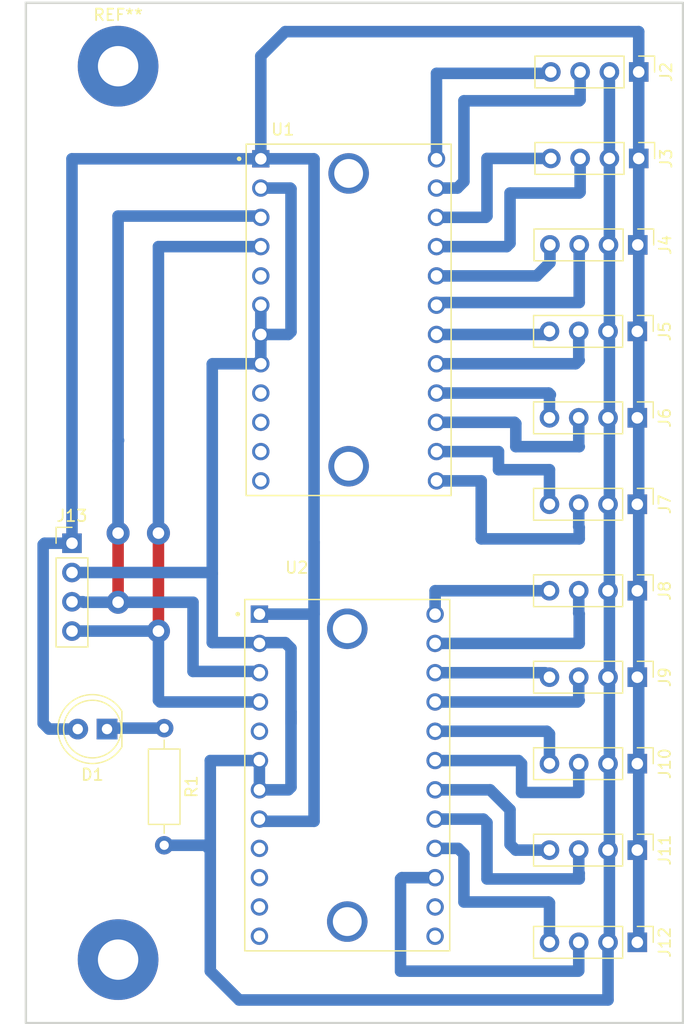
<source format=kicad_pcb>
(kicad_pcb (version 20241229) (generator "pcbnew") (generator_version "9.0")
  (layers (0 "F.Cu" signal) (2 "B.Cu" signal) (13 "F.Paste" user) (15 "B.Paste" user) (5 "F.SilkS" user "F.Silkscreen") (7 "B.SilkS" user "B.Silkscreen") (1 "F.Mask" user) (3 "B.Mask" user) (25 "Edge.Cuts" user))
  (net 0 "")
  (net 1 "SCL")
  (net 2 "GND")
  (net 3 "SDA")
  (net 4 "+5V")
  (net 5 "SDA1")
  (net 6 "SCL1")
  (net 7 "SCL2")
  (net 8 "SDA2")
  (net 9 "SCL3")
  (net 10 "SDA3")
  (net 11 "SDA4")
  (net 12 "SCL4")
  (net 13 "SCL5")
  (net 14 "SDA5")
  (net 15 "SCL6")
  (net 16 "SDA6")
  (net 17 "SDA7")
  (net 18 "SCL7")
  (net 19 "SDA8")
  (net 20 "SCL8")
  (net 21 "SDA9")
  (net 22 "SCL9")
  (net 23 "SDA10")
  (net 24 "SCL10")
  (net 25 "SDA11")
  (net 26 "SCL11")
  (net 39 "Net-(D1-K)")
  (footprint "Connector_PinHeader_2.54mm:PinHeader_1x04_P2.54mm_Vertical" (layer "F.Cu") (at 111.5 93.38)
    (property "Reference" "J13" (at 0 -2.38 0) (layer "F.SilkS"))
    (property "Value" "Conn_01x04_Pin")
    (fp_line (start -1.38 -1.38) (end 0 -1.38) (stroke (width 0.12)) (layer "F.SilkS"))
    (fp_line (start -1.38 0) (end -1.38 -1.38) (stroke (width 0.12)) (layer "F.SilkS"))
    (fp_line (start -1.38 1.27) (end -1.38 9) (stroke (width 0.12)) (layer "F.SilkS"))
    (fp_line (start -1.38 1.27) (end 1.38 1.27) (stroke (width 0.12)) (layer "F.SilkS"))
    (fp_line (start -1.38 9) (end 1.38 9) (stroke (width 0.12)) (layer "F.SilkS"))
    (fp_line (start 1.38 1.27) (end 1.38 9) (stroke (width 0.12)) (layer "F.SilkS"))
    (pad "1" thru_hole rect (at 0 0) (size 1.7 1.7) (drill 1) (layers "*.Cu" "*.Mask") (net 4 "+5V"))
    (pad "2" thru_hole circle (at 0 2.54) (size 1.7 1.7) (drill 1) (layers "*.Cu" "*.Mask") (net 2 "GND"))
    (pad "3" thru_hole circle (at 0 5.08) (size 1.7 1.7) (drill 1) (layers "*.Cu" "*.Mask") (net 3 "SDA"))
    (pad "4" thru_hole circle (at 0 7.62) (size 1.7 1.7) (drill 1) (layers "*.Cu" "*.Mask") (net 1 "SCL"))
  )
  (footprint "LED_THT:LED_D5.0mm" (layer "F.Cu") (at 114.54 109.5 180)
    (property "Reference" "D1" (at 1.27 -3.96 0) (layer "F.SilkS"))
    (property "Value" "LED")
    (fp_line (start -1.29 -1.545) (end -1.29 1.545) (stroke (width 0.12)) (layer "F.SilkS"))
    (fp_arc (start 4.26 0) (mid 2.071779 2.880495) (end -1.29 1.54483) (stroke (width 0.12)) (layer "F.SilkS"))
    (fp_arc (start -1.29 -1.54483) (mid 2.071779 -2.880495) (end 4.26 0) (stroke (width 0.12)) (layer "F.SilkS"))
    (fp_circle (center 1.27 0) (end 3.77 0) (stroke (width 0.12)) (fill no) (layer "F.SilkS"))
    (pad "1" thru_hole rect (at 0 0 180) (size 1.8 1.8) (drill 0.9) (layers "*.Cu" "*.Mask") (net 39 "Net-(D1-K)"))
    (pad "2" thru_hole circle (at 2.54 0 180) (size 1.8 1.8) (drill 0.9) (layers "*.Cu" "*.Mask") (net 4 "+5V"))
  )
  (footprint "Connector_PinHeader_2.54mm:PinHeader_1x04_P2.54mm_Vertical" (layer "F.Cu") (at 160.54 90 -90)
    (property "Reference" "J7" (at 0 -2.38 90) (layer "F.SilkS"))
    (property "Value" "Conn_01x04_Pin")
    (fp_line (start -1.38 9) (end 1.38 9) (stroke (width 0.12)) (layer "F.SilkS"))
    (fp_line (start -1.38 1.27) (end -1.38 9) (stroke (width 0.12)) (layer "F.SilkS"))
    (fp_line (start -1.38 1.27) (end 1.38 1.27) (stroke (width 0.12)) (layer "F.SilkS"))
    (fp_line (start 1.38 1.27) (end 1.38 9) (stroke (width 0.12)) (layer "F.SilkS"))
    (fp_line (start -1.38 0) (end -1.38 -1.38) (stroke (width 0.12)) (layer "F.SilkS"))
    (fp_line (start -1.38 -1.38) (end 0 -1.38) (stroke (width 0.12)) (layer "F.SilkS"))
    (pad "1" thru_hole rect (at 0 0 270) (size 1.7 1.7) (drill 1) (layers "*.Cu" "*.Mask") (net 4 "+5V"))
    (pad "2" thru_hole circle (at 0 2.54 270) (size 1.7 1.7) (drill 1) (layers "*.Cu" "*.Mask") (net 2 "GND"))
    (pad "3" thru_hole circle (at 0 5.08 270) (size 1.7 1.7) (drill 1) (layers "*.Cu" "*.Mask") (net 16 "SDA6"))
    (pad "4" thru_hole circle (at 0 7.62 270) (size 1.7 1.7) (drill 1) (layers "*.Cu" "*.Mask") (net 15 "SCL6"))
  )
  (footprint "2717:MODULE_2717" (layer "F.Cu") (at 135.38 113.5)
    (property "Reference" "U2" (at -4.38 -18 0) (layer "F.SilkS"))
    (property "Value" "2717")
    (fp_line (start -8.89 -15.24) (end 8.89 -15.24) (stroke (width 0.127)) (layer "F.SilkS"))
    (fp_line (start -8.89 15.24) (end -8.89 -15.24) (stroke (width 0.127)) (layer "F.SilkS"))
    (fp_line (start 8.89 -15.24) (end 8.89 15.24) (stroke (width 0.127)) (layer "F.SilkS"))
    (fp_line (start 8.89 15.24) (end -8.89 15.24) (stroke (width 0.127)) (layer "F.SilkS"))
    (fp_circle (center -9.5 -13.97) (end -9.4 -13.97) (stroke (width 0.2)) (fill no) (layer "F.SilkS"))
    (pad "1" thru_hole rect (at -7.62 -13.97) (size 1.508 1.508) (drill 1) (layers "*.Cu" "*.Mask") (net 4 "+5V"))
    (pad "2" thru_hole circle (at -7.62 -11.43) (size 1.508 1.508) (drill 1) (layers "*.Cu" "*.Mask") (net 2 "GND"))
    (pad "3" thru_hole circle (at -7.62 -8.89) (size 1.508 1.508) (drill 1) (layers "*.Cu" "*.Mask") (net 3 "SDA"))
    (pad "4" thru_hole circle (at -7.62 -6.35) (size 1.508 1.508) (drill 1) (layers "*.Cu" "*.Mask") (net 1 "SCL"))
    (pad "5" thru_hole circle (at -7.62 -3.81) (size 1.508 1.508) (drill 1) (layers "*.Cu" "*.Mask"))
    (pad "6" thru_hole circle (at -7.62 -1.27) (size 1.508 1.508) (drill 1) (layers "*.Cu" "*.Mask") (net 2 "GND"))
    (pad "7" thru_hole circle (at -7.62 1.27) (size 1.508 1.508) (drill 1) (layers "*.Cu" "*.Mask") (net 2 "GND"))
    (pad "8" thru_hole circle (at -7.62 3.81) (size 1.508 1.508) (drill 1) (layers "*.Cu" "*.Mask") (net 4 "+5V"))
    (pad "9" thru_hole circle (at -7.62 6.35) (size 1.508 1.508) (drill 1) (layers "*.Cu" "*.Mask"))
    (pad "10" thru_hole circle (at -7.62 8.89) (size 1.508 1.508) (drill 1) (layers "*.Cu" "*.Mask"))
    (pad "11" thru_hole circle (at -7.62 11.43) (size 1.508 1.508) (drill 1) (layers "*.Cu" "*.Mask"))
    (pad "12" thru_hole circle (at -7.62 13.97) (size 1.508 1.508) (drill 1) (layers "*.Cu" "*.Mask"))
    (pad "13" thru_hole circle (at 7.62 13.97) (size 1.508 1.508) (drill 1) (layers "*.Cu" "*.Mask"))
    (pad "14" thru_hole circle (at 7.62 11.43) (size 1.508 1.508) (drill 1) (layers "*.Cu" "*.Mask"))
    (pad "15" thru_hole circle (at 7.62 8.89) (size 1.508 1.508) (drill 1) (layers "*.Cu" "*.Mask") (net 25 "SDA11"))
    (pad "16" thru_hole circle (at 7.62 6.35) (size 1.508 1.508) (drill 1) (layers "*.Cu" "*.Mask") (net 26 "SCL11"))
    (pad "17" thru_hole circle (at 7.62 3.81) (size 1.508 1.508) (drill 1) (layers "*.Cu" "*.Mask") (net 23 "SDA10"))
    (pad "18" thru_hole circle (at 7.62 1.27) (size 1.508 1.508) (drill 1) (layers "*.Cu" "*.Mask") (net 24 "SCL10"))
    (pad "19" thru_hole circle (at 7.62 -1.27) (size 1.508 1.508) (drill 1) (layers "*.Cu" "*.Mask") (net 21 "SDA9"))
    (pad "20" thru_hole circle (at 7.62 -3.81) (size 1.508 1.508) (drill 1) (layers "*.Cu" "*.Mask") (net 22 "SCL9"))
    (pad "21" thru_hole circle (at 7.62 -6.35) (size 1.508 1.508) (drill 1) (layers "*.Cu" "*.Mask") (net 19 "SDA8"))
    (pad "22" thru_hole circle (at 7.62 -8.89) (size 1.508 1.508) (drill 1) (layers "*.Cu" "*.Mask") (net 20 "SCL8"))
    (pad "23" thru_hole circle (at 7.62 -11.43) (size 1.508 1.508) (drill 1) (layers "*.Cu" "*.Mask") (net 17 "SDA7"))
    (pad "24" thru_hole circle (at 7.62 -13.97) (size 1.508 1.508) (drill 1) (layers "*.Cu" "*.Mask") (net 18 "SCL7"))
    (pad "P1" thru_hole circle (at 0 -12.7) (size 3.516 3.516) (drill 2.5) (layers "*.Cu" "*.Mask"))
    (pad "P2" thru_hole circle (at 0 12.7) (size 3.516 3.516) (drill 2.5) (layers "*.Cu" "*.Mask"))
  )
  (footprint "Connector_PinHeader_2.54mm:PinHeader_1x04_P2.54mm_Vertical" (layer "F.Cu") (at 160.54 120 -90)
    (property "Reference" "J11" (at 0 -2.38 90) (layer "F.SilkS"))
    (property "Value" "Conn_01x04_Pin")
    (fp_line (start -1.38 9) (end 1.38 9) (stroke (width 0.12)) (layer "F.SilkS"))
    (fp_line (start -1.38 1.27) (end -1.38 9) (stroke (width 0.12)) (layer "F.SilkS"))
    (fp_line (start -1.38 1.27) (end 1.38 1.27) (stroke (width 0.12)) (layer "F.SilkS"))
    (fp_line (start 1.38 1.27) (end 1.38 9) (stroke (width 0.12)) (layer "F.SilkS"))
    (fp_line (start -1.38 0) (end -1.38 -1.38) (stroke (width 0.12)) (layer "F.SilkS"))
    (fp_line (start -1.38 -1.38) (end 0 -1.38) (stroke (width 0.12)) (layer "F.SilkS"))
    (pad "1" thru_hole rect (at 0 0 270) (size 1.7 1.7) (drill 1) (layers "*.Cu" "*.Mask") (net 4 "+5V"))
    (pad "2" thru_hole circle (at 0 2.54 270) (size 1.7 1.7) (drill 1) (layers "*.Cu" "*.Mask") (net 2 "GND"))
    (pad "3" thru_hole circle (at 0 5.08 270) (size 1.7 1.7) (drill 1) (layers "*.Cu" "*.Mask") (net 23 "SDA10"))
    (pad "4" thru_hole circle (at 0 7.62 270) (size 1.7 1.7) (drill 1) (layers "*.Cu" "*.Mask") (net 24 "SCL10"))
  )
  (footprint "Connector_PinHeader_2.54mm:PinHeader_1x04_P2.54mm_Vertical" (layer "F.Cu") (at 160.54 75 -90)
    (property "Reference" "J5" (at 0 -2.38 90) (layer "F.SilkS"))
    (property "Value" "Conn_01x04_Pin")
    (fp_line (start -1.38 9) (end 1.38 9) (stroke (width 0.12)) (layer "F.SilkS"))
    (fp_line (start -1.38 1.27) (end -1.38 9) (stroke (width 0.12)) (layer "F.SilkS"))
    (fp_line (start -1.38 1.27) (end 1.38 1.27) (stroke (width 0.12)) (layer "F.SilkS"))
    (fp_line (start 1.38 1.27) (end 1.38 9) (stroke (width 0.12)) (layer "F.SilkS"))
    (fp_line (start -1.38 0) (end -1.38 -1.38) (stroke (width 0.12)) (layer "F.SilkS"))
    (fp_line (start -1.38 -1.38) (end 0 -1.38) (stroke (width 0.12)) (layer "F.SilkS"))
    (pad "1" thru_hole rect (at 0 0 270) (size 1.7 1.7) (drill 1) (layers "*.Cu" "*.Mask") (net 4 "+5V"))
    (pad "2" thru_hole circle (at 0 2.54 270) (size 1.7 1.7) (drill 1) (layers "*.Cu" "*.Mask") (net 2 "GND"))
    (pad "3" thru_hole circle (at 0 5.08 270) (size 1.7 1.7) (drill 1) (layers "*.Cu" "*.Mask") (net 11 "SDA4"))
    (pad "4" thru_hole circle (at 0 7.62 270) (size 1.7 1.7) (drill 1) (layers "*.Cu" "*.Mask") (net 12 "SCL4"))
  )
  (footprint "Connector_PinHeader_2.54mm:PinHeader_1x04_P2.54mm_Vertical" (layer "F.Cu") (at 160.54 128 -90)
    (property "Reference" "J12" (at 0 -2.38 90) (layer "F.SilkS"))
    (property "Value" "Conn_01x04_Pin")
    (fp_line (start -1.38 9) (end 1.38 9) (stroke (width 0.12)) (layer "F.SilkS"))
    (fp_line (start -1.38 1.27) (end -1.38 9) (stroke (width 0.12)) (layer "F.SilkS"))
    (fp_line (start -1.38 1.27) (end 1.38 1.27) (stroke (width 0.12)) (layer "F.SilkS"))
    (fp_line (start 1.38 1.27) (end 1.38 9) (stroke (width 0.12)) (layer "F.SilkS"))
    (fp_line (start -1.38 0) (end -1.38 -1.38) (stroke (width 0.12)) (layer "F.SilkS"))
    (fp_line (start -1.38 -1.38) (end 0 -1.38) (stroke (width 0.12)) (layer "F.SilkS"))
    (pad "1" thru_hole rect (at 0 0 270) (size 1.7 1.7) (drill 1) (layers "*.Cu" "*.Mask") (net 4 "+5V"))
    (pad "2" thru_hole circle (at 0 2.54 270) (size 1.7 1.7) (drill 1) (layers "*.Cu" "*.Mask") (net 2 "GND"))
    (pad "3" thru_hole circle (at 0 5.08 270) (size 1.7 1.7) (drill 1) (layers "*.Cu" "*.Mask") (net 25 "SDA11"))
    (pad "4" thru_hole circle (at 0 7.62 270) (size 1.7 1.7) (drill 1) (layers "*.Cu" "*.Mask") (net 26 "SCL11"))
  )
  (footprint "Connector_PinHeader_2.54mm:PinHeader_1x04_P2.54mm_Vertical" (layer "F.Cu") (at 160.54 82.5 -90)
    (property "Reference" "J6" (at 0 -2.38 90) (layer "F.SilkS"))
    (property "Value" "Conn_01x04_Pin")
    (fp_line (start -1.38 9) (end 1.38 9) (stroke (width 0.12)) (layer "F.SilkS"))
    (fp_line (start -1.38 1.27) (end -1.38 9) (stroke (width 0.12)) (layer "F.SilkS"))
    (fp_line (start -1.38 1.27) (end 1.38 1.27) (stroke (width 0.12)) (layer "F.SilkS"))
    (fp_line (start 1.38 1.27) (end 1.38 9) (stroke (width 0.12)) (layer "F.SilkS"))
    (fp_line (start -1.38 0) (end -1.38 -1.38) (stroke (width 0.12)) (layer "F.SilkS"))
    (fp_line (start -1.38 -1.38) (end 0 -1.38) (stroke (width 0.12)) (layer "F.SilkS"))
    (pad "1" thru_hole rect (at 0 0 270) (size 1.7 1.7) (drill 1) (layers "*.Cu" "*.Mask") (net 4 "+5V"))
    (pad "2" thru_hole circle (at 0 2.54 270) (size 1.7 1.7) (drill 1) (layers "*.Cu" "*.Mask") (net 2 "GND"))
    (pad "3" thru_hole circle (at 0 5.08 270) (size 1.7 1.7) (drill 1) (layers "*.Cu" "*.Mask") (net 14 "SDA5"))
    (pad "4" thru_hole circle (at 0 7.62 270) (size 1.7 1.7) (drill 1) (layers "*.Cu" "*.Mask") (net 13 "SCL5"))
  )
  (footprint "Connector_PinHeader_2.54mm:PinHeader_1x04_P2.54mm_Vertical" (layer "F.Cu") (at 160.66 60 -90)
    (property "Reference" "J3" (at 0 -2.38 90) (layer "F.SilkS"))
    (property "Value" "Conn_01x04_Pin")
    (fp_line (start -1.38 9) (end 1.38 9) (stroke (width 0.12)) (layer "F.SilkS"))
    (fp_line (start -1.38 1.27) (end -1.38 9) (stroke (width 0.12)) (layer "F.SilkS"))
    (fp_line (start -1.38 1.27) (end 1.38 1.27) (stroke (width 0.12)) (layer "F.SilkS"))
    (fp_line (start 1.38 1.27) (end 1.38 9) (stroke (width 0.12)) (layer "F.SilkS"))
    (fp_line (start -1.38 0) (end -1.38 -1.38) (stroke (width 0.12)) (layer "F.SilkS"))
    (fp_line (start -1.38 -1.38) (end 0 -1.38) (stroke (width 0.12)) (layer "F.SilkS"))
    (pad "1" thru_hole rect (at 0 0 270) (size 1.7 1.7) (drill 1) (layers "*.Cu" "*.Mask") (net 4 "+5V"))
    (pad "2" thru_hole circle (at 0 2.54 270) (size 1.7 1.7) (drill 1) (layers "*.Cu" "*.Mask") (net 2 "GND"))
    (pad "3" thru_hole circle (at 0 5.08 270) (size 1.7 1.7) (drill 1) (layers "*.Cu" "*.Mask") (net 8 "SDA2"))
    (pad "4" thru_hole circle (at 0 7.62 270) (size 1.7 1.7) (drill 1) (layers "*.Cu" "*.Mask") (net 7 "SCL2"))
  )
  (footprint "Connector_PinHeader_2.54mm:PinHeader_1x04_P2.54mm_Vertical" (layer "F.Cu") (at 160.54 97.5 -90)
    (property "Reference" "J8" (at 0 -2.38 90) (layer "F.SilkS"))
    (property "Value" "Conn_01x04_Pin")
    (fp_line (start -1.38 9) (end 1.38 9) (stroke (width 0.12)) (layer "F.SilkS"))
    (fp_line (start -1.38 1.27) (end -1.38 9) (stroke (width 0.12)) (layer "F.SilkS"))
    (fp_line (start -1.38 1.27) (end 1.38 1.27) (stroke (width 0.12)) (layer "F.SilkS"))
    (fp_line (start 1.38 1.27) (end 1.38 9) (stroke (width 0.12)) (layer "F.SilkS"))
    (fp_line (start -1.38 0) (end -1.38 -1.38) (stroke (width 0.12)) (layer "F.SilkS"))
    (fp_line (start -1.38 -1.38) (end 0 -1.38) (stroke (width 0.12)) (layer "F.SilkS"))
    (pad "1" thru_hole rect (at 0 0 270) (size 1.7 1.7) (drill 1) (layers "*.Cu" "*.Mask") (net 4 "+5V"))
    (pad "2" thru_hole circle (at 0 2.54 270) (size 1.7 1.7) (drill 1) (layers "*.Cu" "*.Mask") (net 2 "GND"))
    (pad "3" thru_hole circle (at 0 5.08 270) (size 1.7 1.7) (drill 1) (layers "*.Cu" "*.Mask") (net 17 "SDA7"))
    (pad "4" thru_hole circle (at 0 7.62 270) (size 1.7 1.7) (drill 1) (layers "*.Cu" "*.Mask") (net 18 "SCL7"))
  )
  (footprint "MountingHole:MountingHole_3.5mm_Pad" (layer "F.Cu") (at 115.5 52)
    (property "Reference" "REF**" (at 0 -4.45 0) (layer "F.SilkS"))
    (property "Value" "MountingHole_3.5mm_Pad")
    (pad "1" thru_hole circle (at 0 0) (size 7 7) (drill 3.5) (layers "*.Cu" "*.Mask"))
  )
  (footprint "Connector_PinHeader_2.54mm:PinHeader_1x04_P2.54mm_Vertical" (layer "F.Cu") (at 160.66 52.5 -90)
    (property "Reference" "J2" (at 0 -2.38 90) (layer "F.SilkS"))
    (property "Value" "Conn_01x04_Pin")
    (fp_line (start -1.38 9) (end 1.38 9) (stroke (width 0.12)) (layer "F.SilkS"))
    (fp_line (start -1.38 1.27) (end -1.38 9) (stroke (width 0.12)) (layer "F.SilkS"))
    (fp_line (start -1.38 1.27) (end 1.38 1.27) (stroke (width 0.12)) (layer "F.SilkS"))
    (fp_line (start 1.38 1.27) (end 1.38 9) (stroke (width 0.12)) (layer "F.SilkS"))
    (fp_line (start -1.38 0) (end -1.38 -1.38) (stroke (width 0.12)) (layer "F.SilkS"))
    (fp_line (start -1.38 -1.38) (end 0 -1.38) (stroke (width 0.12)) (layer "F.SilkS"))
    (pad "1" thru_hole rect (at 0 0 270) (size 1.7 1.7) (drill 1) (layers "*.Cu" "*.Mask") (net 4 "+5V"))
    (pad "2" thru_hole circle (at 0 2.54 270) (size 1.7 1.7) (drill 1) (layers "*.Cu" "*.Mask") (net 2 "GND"))
    (pad "3" thru_hole circle (at 0 5.08 270) (size 1.7 1.7) (drill 1) (layers "*.Cu" "*.Mask") (net 5 "SDA1"))
    (pad "4" thru_hole circle (at 0 7.62 270) (size 1.7 1.7) (drill 1) (layers "*.Cu" "*.Mask") (net 6 "SCL1"))
  )
  (footprint "" (layer "F.Cu") (at 115.5 129.5)
    (property "Reference" "" (at 0 0 0) (layer "F.SilkS") (effects (font (size 1.27 1.27))))
    (property "Value" "")
    (pad "1" thru_hole circle (at 0 0) (size 7 7) (drill 3.5) (layers "*.Cu" "*.Mask"))
  )
  (footprint "Resistor_THT:R_Axial_DIN0207_L6.3mm_D2.5mm_P10.16mm_Horizontal" (layer "F.Cu") (at 119.5 109.42 -90)
    (property "Reference" "R1" (at 5.08 -2.37 90) (layer "F.SilkS"))
    (property "Value" "220")
    (fp_line (start 1.04 0) (end 1.81 0) (stroke (width 0.12)) (layer "F.SilkS"))
    (fp_line (start 9.12 0) (end 8.35 0) (stroke (width 0.12)) (layer "F.SilkS"))
    (fp_rect (start 1.81 -1.37) (end 8.35 1.37) (stroke (width 0.12)) (fill no) (layer "F.SilkS"))
    (pad "1" thru_hole circle (at 0 0 270) (size 1.6 1.6) (drill 0.8) (layers "*.Cu" "*.Mask") (net 39 "Net-(D1-K)"))
    (pad "2" thru_hole circle (at 10.16 0 270) (size 1.6 1.6) (drill 0.8) (layers "*.Cu" "*.Mask") (net 2 "GND"))
  )
  (footprint "Connector_PinHeader_2.54mm:PinHeader_1x04_P2.54mm_Vertical" (layer "F.Cu") (at 160.54 105 -90)
    (property "Reference" "J9" (at 0 -2.38 90) (layer "F.SilkS"))
    (property "Value" "Conn_01x04_Pin")
    (fp_line (start -1.38 9) (end 1.38 9) (stroke (width 0.12)) (layer "F.SilkS"))
    (fp_line (start -1.38 1.27) (end -1.38 9) (stroke (width 0.12)) (layer "F.SilkS"))
    (fp_line (start -1.38 1.27) (end 1.38 1.27) (stroke (width 0.12)) (layer "F.SilkS"))
    (fp_line (start 1.38 1.27) (end 1.38 9) (stroke (width 0.12)) (layer "F.SilkS"))
    (fp_line (start -1.38 0) (end -1.38 -1.38) (stroke (width 0.12)) (layer "F.SilkS"))
    (fp_line (start -1.38 -1.38) (end 0 -1.38) (stroke (width 0.12)) (layer "F.SilkS"))
    (pad "1" thru_hole rect (at 0 0 270) (size 1.7 1.7) (drill 1) (layers "*.Cu" "*.Mask") (net 4 "+5V"))
    (pad "2" thru_hole circle (at 0 2.54 270) (size 1.7 1.7) (drill 1) (layers "*.Cu" "*.Mask") (net 2 "GND"))
    (pad "3" thru_hole circle (at 0 5.08 270) (size 1.7 1.7) (drill 1) (layers "*.Cu" "*.Mask") (net 19 "SDA8"))
    (pad "4" thru_hole circle (at 0 7.62 270) (size 1.7 1.7) (drill 1) (layers "*.Cu" "*.Mask") (net 20 "SCL8"))
  )
  (footprint "2717:MODULE_2717" (layer "F.Cu") (at 135.5 74)
    (property "Reference" "U1" (at -5.715 -16.51 0) (layer "F.SilkS"))
    (property "Value" "2717")
    (fp_line (start -8.89 -15.24) (end 8.89 -15.24) (stroke (width 0.127)) (layer "F.SilkS"))
    (fp_line (start -8.89 15.24) (end -8.89 -15.24) (stroke (width 0.127)) (layer "F.SilkS"))
    (fp_line (start 8.89 -15.24) (end 8.89 15.24) (stroke (width 0.127)) (layer "F.SilkS"))
    (fp_line (start 8.89 15.24) (end -8.89 15.24) (stroke (width 0.127)) (layer "F.SilkS"))
    (fp_circle (center -9.5 -13.97) (end -9.4 -13.97) (stroke (width 0.2)) (fill no) (layer "F.SilkS"))
    (pad "1" thru_hole rect (at -7.62 -13.97) (size 1.508 1.508) (drill 1) (layers "*.Cu" "*.Mask") (net 4 "+5V"))
    (pad "2" thru_hole circle (at -7.62 -11.43) (size 1.508 1.508) (drill 1) (layers "*.Cu" "*.Mask") (net 2 "GND"))
    (pad "3" thru_hole circle (at -7.62 -8.89) (size 1.508 1.508) (drill 1) (layers "*.Cu" "*.Mask") (net 3 "SDA"))
    (pad "4" thru_hole circle (at -7.62 -6.35) (size 1.508 1.508) (drill 1) (layers "*.Cu" "*.Mask") (net 1 "SCL"))
    (pad "5" thru_hole circle (at -7.62 -3.81) (size 1.508 1.508) (drill 1) (layers "*.Cu" "*.Mask"))
    (pad "6" thru_hole circle (at -7.62 -1.27) (size 1.508 1.508) (drill 1) (layers "*.Cu" "*.Mask") (net 2 "GND"))
    (pad "7" thru_hole circle (at -7.62 1.27) (size 1.508 1.508) (drill 1) (layers "*.Cu" "*.Mask") (net 2 "GND"))
    (pad "8" thru_hole circle (at -7.62 3.81) (size 1.508 1.508) (drill 1) (layers "*.Cu" "*.Mask") (net 2 "GND"))
    (pad "9" thru_hole circle (at -7.62 6.35) (size 1.508 1.508) (drill 1) (layers "*.Cu" "*.Mask"))
    (pad "10" thru_hole circle (at -7.62 8.89) (size 1.508 1.508) (drill 1) (layers "*.Cu" "*.Mask"))
    (pad "11" thru_hole circle (at -7.62 11.43) (size 1.508 1.508) (drill 1) (layers "*.Cu" "*.Mask"))
    (pad "12" thru_hole circle (at -7.62 13.97) (size 1.508 1.508) (drill 1) (layers "*.Cu" "*.Mask"))
    (pad "13" thru_hole circle (at 7.62 13.97) (size 1.508 1.508) (drill 1) (layers "*.Cu" "*.Mask") (net 16 "SDA6"))
    (pad "14" thru_hole circle (at 7.62 11.43) (size 1.508 1.508) (drill 1) (layers "*.Cu" "*.Mask") (net 15 "SCL6"))
    (pad "15" thru_hole circle (at 7.62 8.89) (size 1.508 1.508) (drill 1) (layers "*.Cu" "*.Mask") (net 14 "SDA5"))
    (pad "16" thru_hole circle (at 7.62 6.35) (size 1.508 1.508) (drill 1) (layers "*.Cu" "*.Mask") (net 13 "SCL5"))
    (pad "17" thru_hole circle (at 7.62 3.81) (size 1.508 1.508) (drill 1) (layers "*.Cu" "*.Mask") (net 11 "SDA4"))
    (pad "18" thru_hole circle (at 7.62 1.27) (size 1.508 1.508) (drill 1) (layers "*.Cu" "*.Mask") (net 12 "SCL4"))
    (pad "19" thru_hole circle (at 7.62 -1.27) (size 1.508 1.508) (drill 1) (layers "*.Cu" "*.Mask") (net 10 "SDA3"))
    (pad "20" thru_hole circle (at 7.62 -3.81) (size 1.508 1.508) (drill 1) (layers "*.Cu" "*.Mask") (net 9 "SCL3"))
    (pad "21" thru_hole circle (at 7.62 -6.35) (size 1.508 1.508) (drill 1) (layers "*.Cu" "*.Mask") (net 8 "SDA2"))
    (pad "22" thru_hole circle (at 7.62 -8.89) (size 1.508 1.508) (drill 1) (layers "*.Cu" "*.Mask") (net 7 "SCL2"))
    (pad "23" thru_hole circle (at 7.62 -11.43) (size 1.508 1.508) (drill 1) (layers "*.Cu" "*.Mask") (net 5 "SDA1"))
    (pad "24" thru_hole circle (at 7.62 -13.97) (size 1.508 1.508) (drill 1) (layers "*.Cu" "*.Mask") (net 6 "SCL1"))
    (pad "P1" thru_hole circle (at 0 -12.7) (size 3.516 3.516) (drill 2.5) (layers "*.Cu" "*.Mask"))
    (pad "P2" thru_hole circle (at 0 12.7) (size 3.516 3.516) (drill 2.5) (layers "*.Cu" "*.Mask"))
  )
  (footprint "Connector_PinHeader_2.54mm:PinHeader_1x04_P2.54mm_Vertical" (layer "F.Cu") (at 160.54 112.5 -90)
    (property "Reference" "J10" (at 0 -2.38 90) (layer "F.SilkS"))
    (property "Value" "Conn_01x04_Pin")
    (fp_line (start -1.38 9) (end 1.38 9) (stroke (width 0.12)) (layer "F.SilkS"))
    (fp_line (start -1.38 1.27) (end -1.38 9) (stroke (width 0.12)) (layer "F.SilkS"))
    (fp_line (start -1.38 1.27) (end 1.38 1.27) (stroke (width 0.12)) (layer "F.SilkS"))
    (fp_line (start 1.38 1.27) (end 1.38 9) (stroke (width 0.12)) (layer "F.SilkS"))
    (fp_line (start -1.38 0) (end -1.38 -1.38) (stroke (width 0.12)) (layer "F.SilkS"))
    (fp_line (start -1.38 -1.38) (end 0 -1.38) (stroke (width 0.12)) (layer "F.SilkS"))
    (pad "1" thru_hole rect (at 0 0 270) (size 1.7 1.7) (drill 1) (layers "*.Cu" "*.Mask") (net 4 "+5V"))
    (pad "2" thru_hole circle (at 0 2.54 270) (size 1.7 1.7) (drill 1) (layers "*.Cu" "*.Mask") (net 2 "GND"))
    (pad "3" thru_hole circle (at 0 5.08 270) (size 1.7 1.7) (drill 1) (layers "*.Cu" "*.Mask") (net 21 "SDA9"))
    (pad "4" thru_hole circle (at 0 7.62 270) (size 1.7 1.7) (drill 1) (layers "*.Cu" "*.Mask") (net 22 "SCL9"))
  )
  (footprint "Connector_PinHeader_2.54mm:PinHeader_1x04_P2.54mm_Vertical" (layer "F.Cu") (at 160.58 67.5 -90)
    (property "Reference" "J4" (at 0 -2.38 90) (layer "F.SilkS"))
    (property "Value" "Conn_01x04_Pin")
    (fp_line (start -1.38 9) (end 1.38 9) (stroke (width 0.12)) (layer "F.SilkS"))
    (fp_line (start -1.38 1.27) (end -1.38 9) (stroke (width 0.12)) (layer "F.SilkS"))
    (fp_line (start -1.38 1.27) (end 1.38 1.27) (stroke (width 0.12)) (layer "F.SilkS"))
    (fp_line (start 1.38 1.27) (end 1.38 9) (stroke (width 0.12)) (layer "F.SilkS"))
    (fp_line (start -1.38 0) (end -1.38 -1.38) (stroke (width 0.12)) (layer "F.SilkS"))
    (fp_line (start -1.38 -1.38) (end 0 -1.38) (stroke (width 0.12)) (layer "F.SilkS"))
    (pad "1" thru_hole rect (at 0 0 270) (size 1.7 1.7) (drill 1) (layers "*.Cu" "*.Mask") (net 4 "+5V"))
    (pad "2" thru_hole circle (at 0 2.54 270) (size 1.7 1.7) (drill 1) (layers "*.Cu" "*.Mask") (net 2 "GND"))
    (pad "3" thru_hole circle (at 0 5.08 270) (size 1.7 1.7) (drill 1) (layers "*.Cu" "*.Mask") (net 10 "SDA3"))
    (pad "4" thru_hole circle (at 0 7.62 270) (size 1.7 1.7) (drill 1) (layers "*.Cu" "*.Mask") (net 9 "SCL3"))
  )
  (gr_rect (start 107.5 46.5) (end 164.5 135) (stroke (width 0.2)) (fill no) (layer "Edge.Cuts"))
  (segment (start 119 92.5) (end 119 101) (width 1) (layer "F.Cu") (net 1))
  (via (at 119 101) (size 2) (drill 1) (layers "F.Cu" "B.Cu") (net 1))
  (via (at 119 92.5) (size 2) (drill 1) (layers "F.Cu" "B.Cu") (net 1))
  (segment (start 127.76 107.15) (end 119.15 107.15) (width 1) (layer "B.Cu") (net 1))
  (segment (start 119 92.5) (end 119 67.65) (width 1) (layer "B.Cu") (net 1))
  (segment (start 119 107) (end 119 101) (width 1) (layer "B.Cu") (net 1))
  (segment (start 111.5 101) (end 119 101) (width 1) (layer "B.Cu") (net 1))
  (segment (start 119.15 107.15) (end 119 107) (width 1) (layer "B.Cu") (net 1))
  (segment (start 119 67.65) (end 127.88 67.65) (width 1) (layer "B.Cu") (net 1))
  (segment (start 158 133) (end 126 133) (width 1) (layer "B.Cu") (net 2))
  (segment (start 123.08 119.58) (end 123.5 120) (width 1) (layer "B.Cu") (net 2))
  (segment (start 127.88 72.73) (end 127.88 77.81) (width 1) (layer "B.Cu") (net 2))
  (segment (start 130.5 114.54) (end 130.5 108) (width 1) (layer "B.Cu") (net 2))
  (segment (start 130.43 62.57) (end 130.5 62.64) (width 1) (layer "B.Cu") (net 2))
  (segment (start 123.69 77.81) (end 123.67 77.83) (width 1) (layer "B.Cu") (net 2))
  (segment (start 127.88 77.81) (end 123.69 77.81) (width 1) (layer "B.Cu") (net 2))
  (segment (start 126 133) (end 123.5 130.5) (width 1) (layer "B.Cu") (net 2))
  (segment (start 123.59 95.92) (end 123.67 96) (width 1) (layer "B.Cu") (net 2))
  (segment (start 111.5 95.92) (end 123.59 95.92) (width 1) (layer "B.Cu") (net 2))
  (segment (start 127.69 102) (end 127.76 102.07) (width 1) (layer "B.Cu") (net 2))
  (segment (start 158.12 52.5) (end 158.12 127.88) (width 1) (layer "B.Cu") (net 2))
  (segment (start 130.5 108) (end 130.5 109) (width 1) (layer "B.Cu") (net 2))
  (segment (start 123.5 130.5) (end 123.5 120) (width 1) (layer "B.Cu") (net 2))
  (segment (start 123.67 96) (end 123.67 102) (width 1) (layer "B.Cu") (net 2))
  (segment (start 130 102) (end 130.5 102.5) (width 1) (layer "B.Cu") (net 2))
  (segment (start 130.5 75.04) (end 130.27 75.27) (width 1) (layer "B.Cu") (net 2))
  (segment (start 119.5 119.58) (end 123.08 119.58) (width 1) (layer "B.Cu") (net 2))
  (segment (start 158.12 127.88) (end 158 128) (width 1) (layer "B.Cu") (net 2))
  (segment (start 123.67 102) (end 127.69 102) (width 1) (layer "B.Cu") (net 2))
  (segment (start 130.27 75.27) (end 127.88 75.27) (width 1) (layer "B.Cu") (net 2))
  (segment (start 127.76 114.77) (end 130.27 114.77) (width 1) (layer "B.Cu") (net 2))
  (segment (start 130.5 102.5) (end 130.5 108) (width 1) (layer "B.Cu") (net 2))
  (segment (start 130.5 62.64) (end 130.5 75.04) (width 1) (layer "B.Cu") (net 2))
  (segment (start 123.5 112.23) (end 127.76 112.23) (width 1) (layer "B.Cu") (net 2))
  (segment (start 127.76 102.07) (end 127.83 102) (width 1) (layer "B.Cu") (net 2))
  (segment (start 127.88 62.57) (end 130.43 62.57) (width 1) (layer "B.Cu") (net 2))
  (segment (start 130.27 114.77) (end 130.5 114.54) (width 1) (layer "B.Cu") (net 2))
  (segment (start 127.76 114.77) (end 127.76 112.23) (width 1) (layer "B.Cu") (net 2))
  (segment (start 158 128) (end 158 133) (width 1) (layer "B.Cu") (net 2))
  (segment (start 123.67 77.83) (end 123.67 96) (width 1) (layer "B.Cu") (net 2))
  (segment (start 127.83 102) (end 130 102) (width 1) (layer "B.Cu") (net 2))
  (segment (start 123.5 120) (end 123.5 112.23) (width 1) (layer "B.Cu") (net 2))
  (segment (start 115.5 92.5) (end 115.5 98.5) (width 1) (layer "F.Cu") (net 3))
  (via (at 115.5 92.5) (size 2) (drill 1) (layers "F.Cu" "B.Cu") (net 3))
  (via (at 115.5 98.5) (size 2) (drill 1) (layers "F.Cu" "B.Cu") (net 3))
  (segment (start 127.65 104.5) (end 127.76 104.61) (width 1) (layer "B.Cu") (net 3))
  (segment (start 115.54 84.46) (end 115.5 84.5) (width 1) (layer "B.Cu") (net 3))
  (segment (start 115.5 65) (end 127.77 65) (width 1) (layer "B.Cu") (net 3))
  (segment (start 116 98.5) (end 112.5 98.5) (width 1) (layer "B.Cu") (net 3))
  (segment (start 112.5 98.5) (end 112.46 98.46) (width 1) (layer "B.Cu") (net 3))
  (segment (start 112.46 98.46) (end 111.5 98.46) (width 1) (layer "B.Cu") (net 3))
  (segment (start 127.77 65) (end 127.88 65.11) (width 1) (layer "B.Cu") (net 3))
  (segment (start 122 98.5) (end 122 104.5) (width 1) (layer "B.Cu") (net 3))
  (segment (start 115.5 92.5) (end 115.5 65) (width 1) (layer "B.Cu") (net 3))
  (segment (start 115.5 84.5) (end 115.5 92.5) (width 1) (layer "B.Cu") (net 3))
  (segment (start 116 98.5) (end 122 98.5) (width 1) (layer "B.Cu") (net 3))
  (segment (start 122 104.5) (end 127.65 104.5) (width 1) (layer "B.Cu") (net 3))
  (segment (start 115.5 98.5) (end 116 98.5) (width 1) (layer "B.Cu") (net 3))
  (segment (start 127.88 51.12) (end 127.88 60.03) (width 1) (layer "B.Cu") (net 4))
  (segment (start 109.5 109.5) (end 109 109) (width 1) (layer "B.Cu") (net 4))
  (segment (start 109.12 93.38) (end 111.5 93.38) (width 1) (layer "B.Cu") (net 4))
  (segment (start 160.66 127.88) (end 160.54 128) (width 1) (layer "B.Cu") (net 4))
  (segment (start 111.5 93.38) (end 111.5 60.03) (width 1) (layer "B.Cu") (net 4))
  (segment (start 112 109.5) (end 109.5 109.5) (width 1) (layer "B.Cu") (net 4))
  (segment (start 160.66 52.5) (end 160.66 127.88) (width 1) (layer "B.Cu") (net 4))
  (segment (start 160.66 49) (end 130 49) (width 1) (layer "B.Cu") (net 4))
  (segment (start 132.5 117.5) (end 132.5 93.29) (width 1) (layer "B.Cu") (net 4))
  (segment (start 127.76 99.53) (end 132.5 99.53) (width 1) (layer "B.Cu") (net 4))
  (segment (start 109 93.5) (end 109.12 93.38) (width 1) (layer "B.Cu") (net 4))
  (segment (start 111.5 60.03) (end 127.88 60.03) (width 1) (layer "B.Cu") (net 4))
  (segment (start 109 109) (end 109 93.5) (width 1) (layer "B.Cu") (net 4))
  (segment (start 127.76 117.31) (end 127.95 117.5) (width 1) (layer "B.Cu") (net 4))
  (segment (start 130 49) (end 127.88 51.12) (width 1) (layer "B.Cu") (net 4))
  (segment (start 160.66 52.5) (end 160.66 49) (width 1) (layer "B.Cu") (net 4))
  (segment (start 132.5 60.06) (end 132.47 60.03) (width 1) (layer "B.Cu") (net 4))
  (segment (start 132.47 60.03) (end 127.88 60.03) (width 1) (layer "B.Cu") (net 4))
  (segment (start 132.5 93.29) (end 132.5 60.06) (width 1) (layer "B.Cu") (net 4))
  (segment (start 132.5 99.53) (end 132.5 93.29) (width 1) (layer "B.Cu") (net 4))
  (segment (start 127.95 117.5) (end 132.5 117.5) (width 1) (layer "B.Cu") (net 4))
  (segment (start 143.12 62.57) (end 144.93 62.57) (width 1) (layer "B.Cu") (net 5))
  (segment (start 144.93 62.57) (end 145.5 62) (width 1) (layer "B.Cu") (net 5))
  (segment (start 155.58 54.92) (end 155.58 52.5) (width 1) (layer "B.Cu") (net 5))
  (segment (start 155.5 55) (end 155.58 54.92) (width 1) (layer "B.Cu") (net 5))
  (segment (start 145.5 55) (end 155.5 55) (width 1) (layer "B.Cu") (net 5))
  (segment (start 145.5 62) (end 145.5 55) (width 1) (layer "B.Cu") (net 5))
  (segment (start 143.12 60.03) (end 143.12 52.62) (width 1) (layer "B.Cu") (net 6))
  (segment (start 152.92 52.62) (end 153.04 52.5) (width 1) (layer "B.Cu") (net 6))
  (segment (start 143.12 52.62) (end 152.92 52.62) (width 1) (layer "B.Cu") (net 6))
  (segment (start 147.39 65.11) (end 147.5 65) (width 1) (layer "B.Cu") (net 7))
  (segment (start 147.5 60) (end 153.04 60) (width 1) (layer "B.Cu") (net 7))
  (segment (start 143.12 65.11) (end 147.39 65.11) (width 1) (layer "B.Cu") (net 7))
  (segment (start 147.5 65) (end 147.5 60) (width 1) (layer "B.Cu") (net 7))
  (segment (start 155.58 62.92) (end 155.58 60) (width 1) (layer "B.Cu") (net 8))
  (segment (start 149.5 63) (end 155.5 63) (width 1) (layer "B.Cu") (net 8))
  (segment (start 149.207554 67.65) (end 149.5 67.357554) (width 1) (layer "B.Cu") (net 8))
  (segment (start 149.5 67.357554) (end 149.5 63) (width 1) (layer "B.Cu") (net 8))
  (segment (start 155.5 63) (end 155.58 62.92) (width 1) (layer "B.Cu") (net 8))
  (segment (start 143.12 67.65) (end 149.207554 67.65) (width 1) (layer "B.Cu") (net 8))
  (segment (start 151.81 70.19) (end 152.96 69.04) (width 1) (layer "B.Cu") (net 9))
  (segment (start 143.12 70.19) (end 151.81 70.19) (width 1) (layer "B.Cu") (net 9))
  (segment (start 152.96 69.04) (end 152.96 67.5) (width 1) (layer "B.Cu") (net 9))
  (segment (start 155.5 72.5) (end 155.5 67.5) (width 1) (layer "B.Cu") (net 10))
  (segment (start 143.35 72.5) (end 155.5 72.5) (width 1) (layer "B.Cu") (net 10))
  (segment (start 143.12 72.73) (end 143.35 72.5) (width 1) (layer "B.Cu") (net 10))
  (segment (start 155.5 77.5) (end 155.46 77.46) (width 1) (layer "B.Cu") (net 11))
  (segment (start 155.19 77.81) (end 155.5 77.5) (width 1) (layer "B.Cu") (net 11))
  (segment (start 155.46 77.46) (end 155.46 75) (width 1) (layer "B.Cu") (net 11))
  (segment (start 143.12 77.81) (end 155.19 77.81) (width 1) (layer "B.Cu") (net 11))
  (segment (start 143.12 75.27) (end 152.65 75.27) (width 1) (layer "B.Cu") (net 12))
  (segment (start 152.65 75.27) (end 152.92 75) (width 1) (layer "B.Cu") (net 12))
  (segment (start 152.85 80.35) (end 153 80.5) (width 1) (layer "B.Cu") (net 13))
  (segment (start 153 80.5) (end 152.92 80.58) (width 1) (layer "B.Cu") (net 13))
  (segment (start 143.12 80.35) (end 152.85 80.35) (width 1) (layer "B.Cu") (net 13))
  (segment (start 152.92 80.58) (end 152.92 82.5) (width 1) (layer "B.Cu") (net 13))
  (segment (start 149.89 82.89) (end 150 83) (width 1) (layer "B.Cu") (net 14))
  (segment (start 143.12 82.89) (end 149.89 82.89) (width 1) (layer "B.Cu") (net 14))
  (segment (start 150 83) (end 150 85) (width 1) (layer "B.Cu") (net 14))
  (segment (start 155.46 84.96) (end 155.46 82.5) (width 1) (layer "B.Cu") (net 14))
  (segment (start 150 85) (end 155.5 85) (width 1) (layer "B.Cu") (net 14))
  (segment (start 155.5 85) (end 155.46 84.96) (width 1) (layer "B.Cu") (net 14))
  (segment (start 143.12 85.43) (end 148.5 85.43) (width 1) (layer "B.Cu") (net 15))
  (segment (start 148.5 87) (end 152.92 87) (width 1) (layer "B.Cu") (net 15))
  (segment (start 148.5 85.43) (end 148.5 87) (width 1) (layer "B.Cu") (net 15))
  (segment (start 152.92 87) (end 152.92 90) (width 1) (layer "B.Cu") (net 15))
  (segment (start 143.12 87.97) (end 147 87.97) (width 1) (layer "B.Cu") (net 16))
  (segment (start 155.5 92) (end 155.46 91.96) (width 1) (layer "B.Cu") (net 16))
  (segment (start 147 87.97) (end 147 93) (width 1) (layer "B.Cu") (net 16))
  (segment (start 155.46 91.96) (end 155.46 90) (width 1) (layer "B.Cu") (net 16))
  (segment (start 155.5 93) (end 155.5 92) (width 1) (layer "B.Cu") (net 16))
  (segment (start 147 93) (end 155.5 93) (width 1) (layer "B.Cu") (net 16))
  (segment (start 155.46 99.46) (end 155.46 97.5) (width 1) (layer "B.Cu") (net 17))
  (segment (start 155.5 99.5) (end 155.46 99.46) (width 1) (layer "B.Cu") (net 17))
  (segment (start 155.5 102.07) (end 155.5 99.5) (width 1) (layer "B.Cu") (net 17))
  (segment (start 143 102.07) (end 155.5 102.07) (width 1) (layer "B.Cu") (net 17))
  (segment (start 143 97.5) (end 152.92 97.5) (width 1) (layer "B.Cu") (net 18))
  (segment (start 143 99.53) (end 143 97.5) (width 1) (layer "B.Cu") (net 18))
  (segment (start 155.46 106.96) (end 155.46 105) (width 1) (layer "B.Cu") (net 19))
  (segment (start 155.5 107) (end 155.46 106.96) (width 1) (layer "B.Cu") (net 19))
  (segment (start 143 107.15) (end 155.35 107.15) (width 1) (layer "B.Cu") (net 19))
  (segment (start 155.35 107.15) (end 155.5 107) (width 1) (layer "B.Cu") (net 19))
  (segment (start 152.53 104.61) (end 152.92 105) (width 1) (layer "B.Cu") (net 20))
  (segment (start 143 104.61) (end 152.53 104.61) (width 1) (layer "B.Cu") (net 20))
  (segment (start 155.42 115) (end 155.46 114.96) (width 1) (layer "B.Cu") (net 21))
  (segment (start 150.23 112.23) (end 150.5 112.5) (width 1) (layer "B.Cu") (net 21))
  (segment (start 143 112.23) (end 150.23 112.23) (width 1) (layer "B.Cu") (net 21))
  (segment (start 155.46 114.96) (end 155.46 112.5) (width 1) (layer "B.Cu") (net 21))
  (segment (start 150.5 112.5) (end 150.5 115) (width 1) (layer "B.Cu") (net 21))
  (segment (start 150.5 115) (end 155.42 115) (width 1) (layer "B.Cu") (net 21))
  (segment (start 143 109.69) (end 152.69 109.69) (width 1) (layer "B.Cu") (net 22))
  (segment (start 152.92 109.92) (end 152.92 112.5) (width 1) (layer "B.Cu") (net 22))
  (segment (start 152.69 109.69) (end 152.92 109.92) (width 1) (layer "B.Cu") (net 22))
  (segment (start 143 117.31) (end 147.19 117.31) (width 1) (layer "B.Cu") (net 23))
  (segment (start 155.5 122.5) (end 155.5 122) (width 1) (layer "B.Cu") (net 23))
  (segment (start 147.19 117.31) (end 147.5 117.62) (width 1) (layer "B.Cu") (net 23))
  (segment (start 147.5 117.62) (end 147.5 122.5) (width 1) (layer "B.Cu") (net 23))
  (segment (start 147.5 122.5) (end 155.5 122.5) (width 1) (layer "B.Cu") (net 23))
  (segment (start 155.46 121.96) (end 155.46 120) (width 1) (layer "B.Cu") (net 23))
  (segment (start 155.5 122) (end 155.46 121.96) (width 1) (layer "B.Cu") (net 23))
  (segment (start 149.5 116.5) (end 149.5 119.5) (width 1) (layer "B.Cu") (net 24))
  (segment (start 143 114.77) (end 147.77 114.77) (width 1) (layer "B.Cu") (net 24))
  (segment (start 149.5 119.5) (end 150 120) (width 1) (layer "B.Cu") (net 24))
  (segment (start 147.77 114.77) (end 149.5 116.5) (width 1) (layer "B.Cu") (net 24))
  (segment (start 150 120) (end 152.92 120) (width 1) (layer "B.Cu") (net 24))
  (segment (start 140 130.5) (end 140 122.5) (width 1) (layer "B.Cu") (net 25))
  (segment (start 155.46 130.46) (end 155.42 130.5) (width 1) (layer "B.Cu") (net 25))
  (segment (start 155.42 130.5) (end 140 130.5) (width 1) (layer "B.Cu") (net 25))
  (segment (start 155.46 128) (end 155.46 130.46) (width 1) (layer "B.Cu") (net 25))
  (segment (start 140 122.5) (end 140.11 122.39) (width 1) (layer "B.Cu") (net 25))
  (segment (start 140.11 122.39) (end 143 122.39) (width 1) (layer "B.Cu") (net 25))
  (segment (start 152.92 124.58) (end 152.92 128) (width 1) (layer "B.Cu") (net 26))
  (segment (start 143 119.85) (end 145 119.85) (width 1) (layer "B.Cu") (net 26))
  (segment (start 145.5 124.5) (end 152.84 124.5) (width 1) (layer "B.Cu") (net 26))
  (segment (start 145.5 120.35) (end 145.5 124.5) (width 1) (layer "B.Cu") (net 26))
  (segment (start 145 119.85) (end 145.5 120.35) (width 1) (layer "B.Cu") (net 26))
  (segment (start 152.84 124.5) (end 152.92 124.58) (width 1) (layer "B.Cu") (net 26))
  (segment (start 114.62 109.42) (end 114.54 109.5) (width 1) (layer "B.Cu") (net 39))
  (segment (start 119.5 109.42) (end 114.62 109.42) (width 1) (layer "B.Cu") (net 39))
)
</source>
